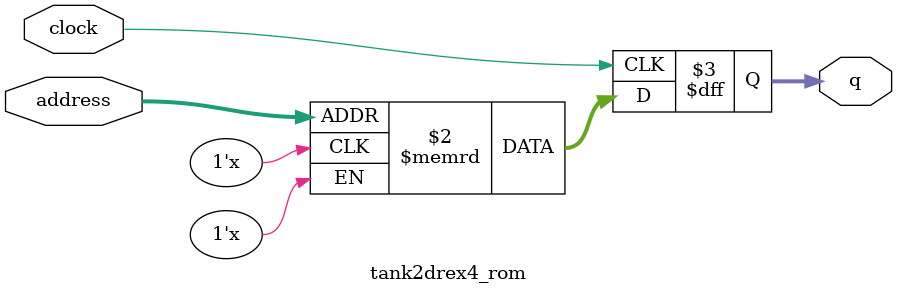
<source format=sv>
module tank2drex4_rom (
	input logic clock,
	input logic [9:0] address,
	output logic [3:0] q
);

logic [3:0] memory [0:1023] /* synthesis ram_init_file = "./tank2drex4/tank2drex4.mif" */;

always_ff @ (posedge clock) begin
	q <= memory[address];
end

endmodule

</source>
